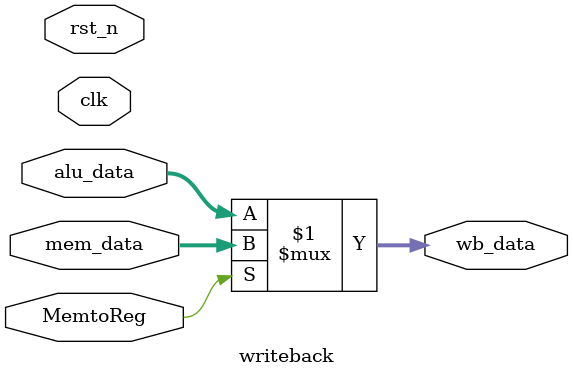
<source format=sv>
module writeback (
	input  logic 	   clk,
	input  logic       rst_n,
	input  logic [7:0] mem_data,
	input  logic [7:0] alu_data,
	input  logic       MemtoReg,
	output logic [7:0] wb_data
);

	assign wb_data = MemtoReg ? mem_data : alu_data;

endmodule

</source>
